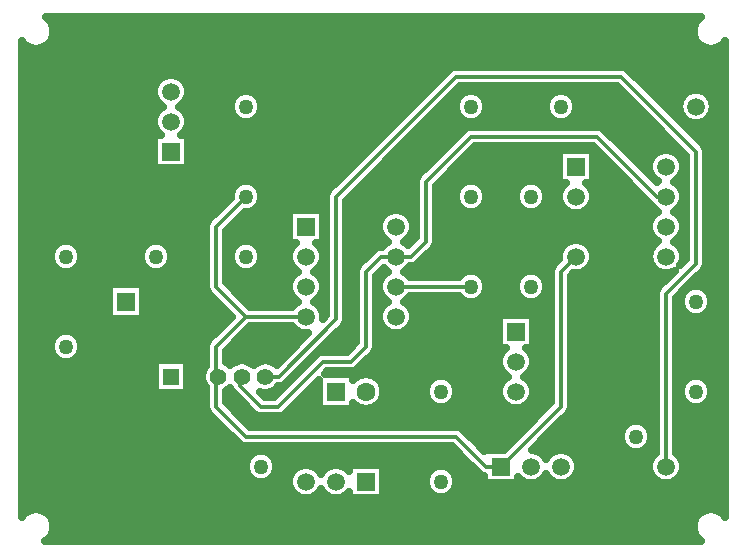
<source format=gbr>
G04 DipTrace 3.2.0.1*
G04 Bottom.gbr*
%MOIN*%
G04 #@! TF.FileFunction,Copper,L2,Bot*
G04 #@! TF.Part,Single*
G04 #@! TA.AperFunction,Conductor*
%ADD14C,0.012992*%
G04 #@! TA.AperFunction,CopperBalancing*
%ADD15C,0.025*%
G04 #@! TA.AperFunction,ComponentPad*
%ADD16C,0.05*%
%ADD17C,0.05*%
%ADD18C,0.062992*%
%ADD19R,0.062992X0.062992*%
%ADD20R,0.059055X0.059055*%
%ADD21C,0.059055*%
%ADD22R,0.055118X0.055118*%
%ADD23C,0.055118*%
%ADD24C,0.059055*%
%FSLAX26Y26*%
G04*
G70*
G90*
G75*
G01*
G04 Bottom*
%LPD*%
X793701Y1143701D2*
D14*
X943701D1*
X1023491Y1063911D1*
Y994751D1*
X1022441Y993701D1*
Y872441D1*
X943701Y793701D1*
Y693701D1*
X2293701Y1493701D2*
X2343701D1*
X2393701Y1443701D1*
Y1093701D1*
Y693701D1*
X2243701Y543701D1*
X1093701D1*
X943701Y693701D1*
X2493701Y1093701D2*
X2393701D1*
X2593701Y693701D2*
Y1270341D1*
X2693701Y1370341D1*
Y1743701D1*
X2443701Y1993701D1*
X1893701D1*
X1493701Y1593701D1*
Y1184121D1*
X1303281Y993701D1*
X1258661D1*
X1693701Y1393701D2*
X1643701D1*
X1593701Y1343701D1*
Y1093701D1*
X1543701Y1043701D1*
X1451642D1*
X1301642Y893701D1*
X1243701D1*
X1174409Y962992D1*
Y993701D1*
X1179921D1*
X2593701Y1593701D2*
X2563537D1*
X2363537Y1793701D1*
X1943701D1*
X1793701Y1643701D1*
Y1443701D1*
X1743701Y1393701D1*
X1693701D1*
X1393701Y1193701D2*
X1193701D1*
X1093701Y1093701D1*
Y1001181D1*
X1101181Y993701D1*
X1193701Y1593701D2*
X1093701Y1493701D1*
Y1293701D1*
X1193701Y1193701D1*
X2043701Y693701D2*
X1993701D1*
X1893701Y793701D1*
X1193701D1*
X1093701Y893701D1*
Y986220D1*
X1101181Y993701D1*
X2043701Y693701D2*
X2243701Y893701D1*
Y1343701D1*
X2293701Y1393701D1*
X1693701Y1293701D2*
X1943701D1*
X548924Y2166962D2*
D15*
X2688470D1*
X553803Y2142093D2*
X2683589D1*
X547381Y2117224D2*
X2690013D1*
X448089Y2092356D2*
X465014D1*
X522369D2*
X2715024D1*
X2772379D2*
X2789340D1*
X448089Y2067487D2*
X2789340D1*
X448089Y2042618D2*
X2789340D1*
X448089Y2017749D2*
X1868623D1*
X2468799D2*
X2789340D1*
X448089Y1992881D2*
X914391D1*
X973038D2*
X1843720D1*
X2493667D2*
X2789340D1*
X448089Y1968012D2*
X890744D1*
X996686D2*
X1818853D1*
X2518534D2*
X2789340D1*
X448089Y1943143D2*
X885182D1*
X1002213D2*
X1176812D1*
X1210592D2*
X1793984D1*
X1892283D2*
X1926828D1*
X1960571D2*
X2226820D1*
X2260598D2*
X2445104D1*
X2543403D2*
X2664858D1*
X2722537D2*
X2789340D1*
X448089Y1918274D2*
X891282D1*
X996112D2*
X1145953D1*
X1241453D2*
X1769117D1*
X1867416D2*
X1895967D1*
X1991467D2*
X2195959D1*
X2291459D2*
X2469971D1*
X2568270D2*
X2640852D1*
X2746543D2*
X2789340D1*
X448089Y1893406D2*
X915361D1*
X972034D2*
X1139709D1*
X1247696D2*
X1744249D1*
X1842549D2*
X1889724D1*
X1997676D2*
X2189715D1*
X2297703D2*
X2494839D1*
X2593138D2*
X2635182D1*
X2752213D2*
X2789340D1*
X448089Y1868537D2*
X890995D1*
X996399D2*
X1146276D1*
X1241130D2*
X1719382D1*
X1817681D2*
X1896290D1*
X1991109D2*
X2196282D1*
X2291136D2*
X2519706D1*
X2618005D2*
X2641139D1*
X2746256D2*
X2789340D1*
X448089Y1843668D2*
X885182D1*
X1002213D2*
X1179038D1*
X1208367D2*
X1694514D1*
X1792812D2*
X1929017D1*
X1958382D2*
X2229045D1*
X2258374D2*
X2544575D1*
X2642873D2*
X2666007D1*
X2721388D2*
X2789340D1*
X448089Y1818799D2*
X891031D1*
X996399D2*
X1669646D1*
X1767945D2*
X1919795D1*
X2387450D2*
X2569442D1*
X2667741D2*
X2789340D1*
X448089Y1793930D2*
X885182D1*
X1002213D2*
X1644778D1*
X1743077D2*
X1894783D1*
X2412461D2*
X2594310D1*
X2692609D2*
X2789340D1*
X448089Y1769062D2*
X885182D1*
X1002213D2*
X1619911D1*
X1718210D2*
X1869916D1*
X2437328D2*
X2619177D1*
X2717476D2*
X2789340D1*
X448089Y1744193D2*
X885182D1*
X1002213D2*
X1595043D1*
X1693341D2*
X1845049D1*
X1943346D2*
X2235181D1*
X2352211D2*
X2363898D1*
X2462197D2*
X2566930D1*
X2620482D2*
X2644046D1*
X2729175D2*
X2789340D1*
X448089Y1719324D2*
X885182D1*
X1002213D2*
X1570175D1*
X1668474D2*
X1820180D1*
X1918479D2*
X2235181D1*
X2352211D2*
X2388765D1*
X2487064D2*
X2541381D1*
X2646031D2*
X2658219D1*
X2729175D2*
X2789340D1*
X448089Y1694455D2*
X885182D1*
X1002213D2*
X1545307D1*
X1643606D2*
X1795312D1*
X1893612D2*
X2235181D1*
X2352211D2*
X2413633D1*
X2511932D2*
X2535173D1*
X2729175D2*
X2789340D1*
X448089Y1669587D2*
X1520440D1*
X1618739D2*
X1770445D1*
X1868744D2*
X2235181D1*
X2352211D2*
X2438501D1*
X2646749D2*
X2658219D1*
X2729175D2*
X2789340D1*
X448089Y1644718D2*
X1184205D1*
X1203164D2*
X1495572D1*
X1593871D2*
X1758244D1*
X1843875D2*
X1934220D1*
X1953157D2*
X2134239D1*
X2153213D2*
X2235181D1*
X2352211D2*
X2463369D1*
X2623388D2*
X2658219D1*
X2729175D2*
X2789340D1*
X448089Y1619849D2*
X1146849D1*
X1240555D2*
X1470705D1*
X1569003D2*
X1758209D1*
X1829199D2*
X1896829D1*
X1990571D2*
X2096848D1*
X2190552D2*
X2241676D1*
X2345752D2*
X2488236D1*
X2645744D2*
X2658219D1*
X2729175D2*
X2789340D1*
X448089Y1594980D2*
X1139709D1*
X1247660D2*
X1458252D1*
X1544135D2*
X1758209D1*
X1829199D2*
X1889724D1*
X1997676D2*
X2089743D1*
X2197694D2*
X2235181D1*
X2352211D2*
X2513104D1*
X2729175D2*
X2789340D1*
X448089Y1570112D2*
X1120976D1*
X1241954D2*
X1458217D1*
X1529172D2*
X1758209D1*
X1829199D2*
X1895429D1*
X1991970D2*
X2095412D1*
X2191988D2*
X2240385D1*
X2347008D2*
X2537971D1*
X2647000D2*
X2658219D1*
X2729175D2*
X2789340D1*
X448089Y1545243D2*
X1096073D1*
X1213606D2*
X1335169D1*
X1529172D2*
X1669252D1*
X1718138D2*
X1758209D1*
X1829199D2*
X1923778D1*
X1963622D2*
X2123797D1*
X2163604D2*
X2263098D1*
X2324294D2*
X2563091D1*
X2624322D2*
X2658219D1*
X2729175D2*
X2789340D1*
X448089Y1520374D2*
X1071206D1*
X1169541D2*
X1335169D1*
X1529172D2*
X1641944D1*
X1745446D2*
X1758209D1*
X1829199D2*
X2541955D1*
X2645457D2*
X2658219D1*
X2729175D2*
X2789340D1*
X448089Y1495505D2*
X1058252D1*
X1144673D2*
X1335169D1*
X1529172D2*
X1635197D1*
X1829199D2*
X2535209D1*
X2729175D2*
X2789340D1*
X448089Y1470636D2*
X1058215D1*
X1129206D2*
X1335169D1*
X1529172D2*
X1640150D1*
X1747240D2*
X1758209D1*
X1829199D2*
X2540160D1*
X2647251D2*
X2658219D1*
X2729175D2*
X2789340D1*
X448089Y1445768D2*
X1058215D1*
X1129206D2*
X1335169D1*
X1529172D2*
X1662218D1*
X1725207D2*
X1746618D1*
X1829199D2*
X2270526D1*
X2316865D2*
X2562193D1*
X2625182D2*
X2658219D1*
X2729175D2*
X2789340D1*
X448089Y1420899D2*
X547476D1*
X639925D2*
X847467D1*
X939917D2*
X1058215D1*
X1129206D2*
X1147495D1*
X1239909D2*
X1342239D1*
X1445167D2*
X1458217D1*
X1529172D2*
X1622530D1*
X1820049D2*
X2242214D1*
X2345178D2*
X2542241D1*
X2645169D2*
X2658219D1*
X2729175D2*
X2789340D1*
X448089Y1396030D2*
X539761D1*
X647640D2*
X839752D1*
X947633D2*
X1058215D1*
X1129206D2*
X1139738D1*
X1247625D2*
X1335241D1*
X1529172D2*
X1596873D1*
X1795181D2*
X2235217D1*
X2352176D2*
X2535244D1*
X2729175D2*
X2789340D1*
X448089Y1371161D2*
X544892D1*
X642509D2*
X844920D1*
X942501D2*
X1058215D1*
X1129206D2*
X1144912D1*
X1242493D2*
X1339907D1*
X1447499D2*
X1458217D1*
X1529172D2*
X1572005D1*
X1770314D2*
X2222012D1*
X2347475D2*
X2539909D1*
X2729175D2*
X2789340D1*
X448089Y1346293D2*
X571088D1*
X616314D2*
X871115D1*
X916306D2*
X1058215D1*
X1129206D2*
X1171108D1*
X1216298D2*
X1361365D1*
X1426041D2*
X1458217D1*
X1529172D2*
X1558298D1*
X1645437D2*
X1661357D1*
X1726033D2*
X2208303D1*
X2326051D2*
X2561369D1*
X2718804D2*
X2789340D1*
X448089Y1321424D2*
X1058215D1*
X1129206D2*
X1342526D1*
X1444879D2*
X1458217D1*
X1529172D2*
X1558226D1*
X1629181D2*
X1642517D1*
X1989601D2*
X2097816D1*
X2189584D2*
X2208196D1*
X2279188D2*
X2595638D1*
X2693937D2*
X2789340D1*
X448089Y1296555D2*
X733213D1*
X854190D2*
X1058215D1*
X1140008D2*
X1335241D1*
X1529172D2*
X1558226D1*
X1997604D2*
X2089778D1*
X2197622D2*
X2208196D1*
X2279188D2*
X2570770D1*
X2669068D2*
X2789340D1*
X448089Y1271686D2*
X733213D1*
X854190D2*
X1066648D1*
X1164875D2*
X1339692D1*
X1447714D2*
X1458217D1*
X1529172D2*
X1558226D1*
X1629181D2*
X1639682D1*
X1992760D2*
X2094659D1*
X2192741D2*
X2208196D1*
X2279188D2*
X2558247D1*
X2739437D2*
X2789340D1*
X448089Y1246818D2*
X733213D1*
X854190D2*
X1091445D1*
X1189743D2*
X1360539D1*
X1426866D2*
X1458217D1*
X1529172D2*
X1558226D1*
X1629181D2*
X1660531D1*
X1726858D2*
X1919903D1*
X1967497D2*
X2119921D1*
X2167479D2*
X2208196D1*
X2279188D2*
X2558210D1*
X2629201D2*
X2639811D1*
X2747583D2*
X2789340D1*
X448089Y1221949D2*
X733213D1*
X854190D2*
X1116312D1*
X1444593D2*
X1458217D1*
X1529172D2*
X1558226D1*
X1629181D2*
X1642841D1*
X1744584D2*
X2208196D1*
X2279188D2*
X2558210D1*
X2629201D2*
X2644512D1*
X2742882D2*
X2789340D1*
X448089Y1197080D2*
X733213D1*
X854190D2*
X1141180D1*
X1529172D2*
X1558226D1*
X1752121D2*
X2035198D1*
X2152228D2*
X2208196D1*
X2279188D2*
X2558210D1*
X2629201D2*
X2669344D1*
X2718051D2*
X2789340D1*
X448089Y1172211D2*
X1123058D1*
X1526946D2*
X1558226D1*
X1629181D2*
X1639467D1*
X1747921D2*
X2035198D1*
X2152228D2*
X2208196D1*
X2279188D2*
X2558210D1*
X2629201D2*
X2789340D1*
X448089Y1147343D2*
X1098190D1*
X1196490D2*
X1359751D1*
X1506062D2*
X1558226D1*
X1629181D2*
X1659741D1*
X1727647D2*
X2035198D1*
X2152228D2*
X2208196D1*
X2279188D2*
X2558210D1*
X2629201D2*
X2789340D1*
X448089Y1122474D2*
X548480D1*
X638921D2*
X1073323D1*
X1171622D2*
X1382895D1*
X1481194D2*
X1558226D1*
X1629181D2*
X2035198D1*
X2152228D2*
X2208196D1*
X2279188D2*
X2558210D1*
X2629201D2*
X2789340D1*
X448089Y1097605D2*
X539869D1*
X647533D2*
X1058430D1*
X1146753D2*
X1358028D1*
X1456327D2*
X1548466D1*
X1629181D2*
X2035198D1*
X2152228D2*
X2208196D1*
X2279188D2*
X2558210D1*
X2629201D2*
X2789340D1*
X448089Y1072736D2*
X544175D1*
X643227D2*
X1058215D1*
X1129206D2*
X1333160D1*
X1621681D2*
X2043308D1*
X2144119D2*
X2208196D1*
X2279188D2*
X2558210D1*
X2629201D2*
X2789340D1*
X448089Y1047867D2*
X567751D1*
X619651D2*
X1058215D1*
X1129206D2*
X1308293D1*
X1597029D2*
X2035343D1*
X2152050D2*
X2208196D1*
X2279188D2*
X2558210D1*
X2629201D2*
X2789340D1*
X448089Y1022999D2*
X887156D1*
X1000239D2*
X1053264D1*
X1572161D2*
X2039146D1*
X2148245D2*
X2208196D1*
X2279188D2*
X2558210D1*
X2629201D2*
X2789340D1*
X448089Y998130D2*
X887156D1*
X1000239D2*
X1044795D1*
X1554182D2*
X1571215D1*
X1616190D2*
X2058631D1*
X2128797D2*
X2208196D1*
X2279188D2*
X2558210D1*
X2629201D2*
X2789340D1*
X448089Y973261D2*
X887156D1*
X1000239D2*
X1048634D1*
X1646083D2*
X1799045D1*
X1888373D2*
X2043631D1*
X2143797D2*
X2208196D1*
X2279188D2*
X2558210D1*
X2629201D2*
X2649033D1*
X2738361D2*
X2789340D1*
X448089Y948392D2*
X887156D1*
X1000239D2*
X1058215D1*
X1133154D2*
X1142328D1*
X1290650D2*
X1307180D1*
X1405479D2*
X1433205D1*
X1654013D2*
X1789930D1*
X1897487D2*
X2035378D1*
X2152013D2*
X2208196D1*
X2279188D2*
X2558210D1*
X2629201D2*
X2639919D1*
X2747475D2*
X2789340D1*
X448089Y923524D2*
X1058215D1*
X1129206D2*
X1164719D1*
X1380612D2*
X1433205D1*
X1650568D2*
X1793841D1*
X1893576D2*
X2038930D1*
X2148461D2*
X2208196D1*
X2279188D2*
X2558210D1*
X2629201D2*
X2643829D1*
X2743564D2*
X2789340D1*
X448089Y898655D2*
X1058215D1*
X1137891D2*
X1189588D1*
X1355743D2*
X1433205D1*
X1632734D2*
X1816269D1*
X1871148D2*
X2057913D1*
X2129514D2*
X2199512D1*
X2279188D2*
X2558210D1*
X2629201D2*
X2666257D1*
X2721136D2*
X2789340D1*
X448089Y873786D2*
X1064890D1*
X1162759D2*
X1214455D1*
X1330875D2*
X2174644D1*
X2272513D2*
X2558210D1*
X2629201D2*
X2789340D1*
X448089Y848917D2*
X1089327D1*
X1187626D2*
X2149777D1*
X2248075D2*
X2558210D1*
X2629201D2*
X2789340D1*
X448089Y824049D2*
X1114194D1*
X1909150D2*
X2124909D1*
X2223207D2*
X2449589D1*
X2537804D2*
X2558210D1*
X2629201D2*
X2789340D1*
X448089Y799180D2*
X1139063D1*
X1937390D2*
X2100041D1*
X2198340D2*
X2440008D1*
X2547386D2*
X2558210D1*
X2629201D2*
X2789340D1*
X448089Y774311D2*
X1163930D1*
X1962259D2*
X2075173D1*
X2173472D2*
X2443488D1*
X2543904D2*
X2558210D1*
X2629201D2*
X2789340D1*
X448089Y749442D2*
X1888791D1*
X2151762D2*
X2235612D1*
X2251780D2*
X2464875D1*
X2522517D2*
X2558210D1*
X2629201D2*
X2789340D1*
X448089Y724573D2*
X1199993D1*
X1287420D2*
X1913659D1*
X2292930D2*
X2544467D1*
X2642945D2*
X2789340D1*
X448089Y699705D2*
X1190054D1*
X1297324D2*
X1489866D1*
X1497520D2*
X1535188D1*
X1652219D2*
X1938562D1*
X2301902D2*
X2535496D1*
X2651881D2*
X2789340D1*
X448089Y674836D2*
X1193283D1*
X1294130D2*
X1344643D1*
X1652219D2*
X1800193D1*
X1887224D2*
X1963430D1*
X2298959D2*
X2538438D1*
X2648938D2*
X2789340D1*
X448089Y649967D2*
X1214025D1*
X1273390D2*
X1335529D1*
X1652219D2*
X1790073D1*
X1897307D2*
X1985176D1*
X2181223D2*
X2206186D1*
X2281197D2*
X2556201D1*
X2631211D2*
X2789340D1*
X448089Y625098D2*
X1338364D1*
X1652219D2*
X1793196D1*
X1894222D2*
X2789340D1*
X448089Y600230D2*
X1355875D1*
X1431530D2*
X1455885D1*
X1652219D2*
X1813613D1*
X1873803D2*
X2789340D1*
X448089Y575361D2*
X2789340D1*
X448089Y550492D2*
X481413D1*
X506005D2*
X2731387D1*
X2756016D2*
X2789340D1*
X544186Y525623D2*
X2693206D1*
X553409Y500755D2*
X2684020D1*
X551005Y475886D2*
X2686388D1*
X534929Y451017D2*
X2702465D1*
X2545034Y789661D2*
X2543770Y781680D1*
X2541273Y773996D1*
X2537605Y766797D1*
X2532856Y760260D1*
X2527142Y754546D1*
X2520605Y749797D1*
X2513406Y746129D1*
X2505722Y743631D1*
X2497740Y742367D1*
X2489661D1*
X2481680Y743631D1*
X2473996Y746129D1*
X2466797Y749797D1*
X2460260Y754546D1*
X2454546Y760260D1*
X2449797Y766797D1*
X2446129Y773996D1*
X2443631Y781680D1*
X2442367Y789661D1*
Y797740D1*
X2443631Y805722D1*
X2446129Y813406D1*
X2449797Y820605D1*
X2454546Y827142D1*
X2460260Y832856D1*
X2466797Y837605D1*
X2473996Y841273D1*
X2481680Y843770D1*
X2489661Y845034D1*
X2497740D1*
X2505722Y843770D1*
X2513406Y841273D1*
X2520605Y837605D1*
X2527142Y832856D1*
X2532856Y827142D1*
X2537605Y820605D1*
X2541273Y813406D1*
X2543770Y805722D1*
X2545034Y797740D1*
Y789661D1*
X1245034Y1389661D2*
X1243770Y1381680D1*
X1241273Y1373996D1*
X1237605Y1366797D1*
X1232856Y1360260D1*
X1227142Y1354546D1*
X1220605Y1349797D1*
X1213406Y1346129D1*
X1205722Y1343631D1*
X1197740Y1342367D1*
X1189661D1*
X1181680Y1343631D1*
X1173996Y1346129D1*
X1166797Y1349797D1*
X1160260Y1354546D1*
X1154546Y1360260D1*
X1149797Y1366797D1*
X1146129Y1373996D1*
X1143631Y1381680D1*
X1142367Y1389661D1*
Y1397740D1*
X1143631Y1405722D1*
X1146129Y1413406D1*
X1149797Y1420605D1*
X1154546Y1427142D1*
X1160260Y1432856D1*
X1166797Y1437605D1*
X1173996Y1441273D1*
X1181680Y1443770D1*
X1189661Y1445034D1*
X1197740D1*
X1205722Y1443770D1*
X1213406Y1441273D1*
X1220605Y1437605D1*
X1227142Y1432856D1*
X1232856Y1427142D1*
X1237605Y1420605D1*
X1241273Y1413406D1*
X1243770Y1405722D1*
X1245034Y1397740D1*
Y1389661D1*
X945034D2*
X943770Y1381680D1*
X941273Y1373996D1*
X937605Y1366797D1*
X932856Y1360260D1*
X927142Y1354546D1*
X920605Y1349797D1*
X913406Y1346129D1*
X905722Y1343631D1*
X897740Y1342367D1*
X889661D1*
X881680Y1343631D1*
X873996Y1346129D1*
X866797Y1349797D1*
X860260Y1354546D1*
X854546Y1360260D1*
X849797Y1366797D1*
X846129Y1373996D1*
X843631Y1381680D1*
X842367Y1389661D1*
Y1397740D1*
X843631Y1405722D1*
X846129Y1413406D1*
X849797Y1420605D1*
X854546Y1427142D1*
X860260Y1432856D1*
X866797Y1437605D1*
X873996Y1441273D1*
X881680Y1443770D1*
X889661Y1445034D1*
X897740D1*
X905722Y1443770D1*
X913406Y1441273D1*
X920605Y1437605D1*
X927142Y1432856D1*
X932856Y1427142D1*
X937605Y1420605D1*
X941273Y1413406D1*
X943770Y1405722D1*
X945034Y1397740D1*
Y1389661D1*
X1295034Y689661D2*
X1293770Y681680D1*
X1291273Y673996D1*
X1287605Y666797D1*
X1282856Y660260D1*
X1277142Y654546D1*
X1270605Y649797D1*
X1263406Y646129D1*
X1255722Y643631D1*
X1247740Y642367D1*
X1239661D1*
X1231680Y643631D1*
X1223996Y646129D1*
X1216797Y649797D1*
X1210260Y654546D1*
X1204546Y660260D1*
X1199797Y666797D1*
X1196129Y673996D1*
X1193631Y681680D1*
X1192367Y689661D1*
Y697740D1*
X1193631Y705722D1*
X1196129Y713406D1*
X1199797Y720605D1*
X1204546Y727142D1*
X1210260Y732856D1*
X1216797Y737605D1*
X1223996Y741273D1*
X1231680Y743770D1*
X1239661Y745034D1*
X1247740D1*
X1255722Y743770D1*
X1263406Y741273D1*
X1270605Y737605D1*
X1277142Y732856D1*
X1282856Y727142D1*
X1287605Y720605D1*
X1291273Y713406D1*
X1293770Y705722D1*
X1295034Y697740D1*
Y689661D1*
X1651510Y939151D2*
X1650087Y930164D1*
X1647274Y921509D1*
X1643144Y913402D1*
X1637795Y906041D1*
X1631361Y899606D1*
X1624000Y894257D1*
X1615892Y890127D1*
X1607238Y887315D1*
X1598251Y885891D1*
X1589151D1*
X1580164Y887315D1*
X1571509Y890127D1*
X1563402Y894257D1*
X1556041Y899606D1*
X1551694Y903781D1*
X1551689Y885713D1*
X1435713D1*
Y981129D1*
X1323066Y868617D1*
X1318878Y865573D1*
X1314266Y863223D1*
X1309343Y861625D1*
X1304230Y860814D1*
X1243701Y860713D1*
X1238541Y861118D1*
X1233507Y862327D1*
X1228724Y864308D1*
X1224311Y867013D1*
X1220374Y870374D1*
X1149325Y941568D1*
X1146282Y945756D1*
X1143932Y950367D1*
X1141701Y955480D1*
X1140587Y956686D1*
X1136285Y952600D1*
X1129423Y947614D1*
X1126689Y946084D1*
Y907383D1*
X1207383Y826671D1*
X1896289Y826588D1*
X1901402Y825777D1*
X1906325Y824178D1*
X1910937Y821828D1*
X1915125Y818785D1*
X1962497Y771556D1*
X1987693Y746361D1*
X1987681Y749720D1*
X2053098D1*
X2210705Y907357D1*
X2210814Y1346289D1*
X2211623Y1351402D1*
X2213223Y1356325D1*
X2215573Y1360937D1*
X2218617Y1365125D1*
X2238365Y1385017D1*
X2237681Y1393701D1*
X2238371Y1402465D1*
X2240423Y1411012D1*
X2243787Y1419133D1*
X2248379Y1426629D1*
X2254089Y1433312D1*
X2260773Y1439022D1*
X2268269Y1443614D1*
X2276390Y1446979D1*
X2284937Y1449030D1*
X2293701Y1449720D1*
X2302465Y1449030D1*
X2311012Y1446979D1*
X2319133Y1443614D1*
X2326629Y1439022D1*
X2333312Y1433312D1*
X2339022Y1426629D1*
X2343614Y1419133D1*
X2346979Y1411012D1*
X2349030Y1402465D1*
X2349720Y1393701D1*
X2349030Y1384937D1*
X2346979Y1376390D1*
X2343614Y1368269D1*
X2339022Y1360773D1*
X2333312Y1354089D1*
X2326629Y1348379D1*
X2319133Y1343787D1*
X2311012Y1340423D1*
X2302465Y1338371D1*
X2293701Y1337681D1*
X2285022Y1338361D1*
X2276707Y1330055D1*
X2276588Y891113D1*
X2275778Y886000D1*
X2274178Y881076D1*
X2271828Y876465D1*
X2268785Y872277D1*
X2221556Y824904D1*
X2146323Y749671D1*
X2152465Y749030D1*
X2161012Y746979D1*
X2169133Y743614D1*
X2176629Y739022D1*
X2183312Y733312D1*
X2189022Y726629D1*
X2193694Y718962D1*
X2198379Y726629D1*
X2204089Y733312D1*
X2210773Y739022D1*
X2218269Y743614D1*
X2226390Y746979D1*
X2234937Y749030D1*
X2243701Y749720D1*
X2252465Y749030D1*
X2261012Y746979D1*
X2269133Y743614D1*
X2276629Y739022D1*
X2283312Y733312D1*
X2289022Y726629D1*
X2293614Y719133D1*
X2296979Y711012D1*
X2299030Y702465D1*
X2299720Y693701D1*
X2299030Y684937D1*
X2296979Y676390D1*
X2293614Y668269D1*
X2289022Y660773D1*
X2283312Y654089D1*
X2276629Y648379D1*
X2269133Y643787D1*
X2261012Y640423D1*
X2252465Y638371D1*
X2243701Y637681D1*
X2234937Y638371D1*
X2226390Y640423D1*
X2218269Y643787D1*
X2210773Y648379D1*
X2204089Y654089D1*
X2198379Y660773D1*
X2193707Y668440D1*
X2189022Y660773D1*
X2183312Y654089D1*
X2176629Y648379D1*
X2169133Y643787D1*
X2161012Y640423D1*
X2152465Y638371D1*
X2143701Y637681D1*
X2134937Y638371D1*
X2126390Y640423D1*
X2118269Y643787D1*
X2110773Y648379D1*
X2104089Y654089D1*
X2099731Y659059D1*
X2099720Y637681D1*
X1987681D1*
Y661257D1*
X1981076Y663223D1*
X1976465Y665573D1*
X1972277Y668617D1*
X1924904Y715845D1*
X1880018Y760731D1*
X1191113Y760814D1*
X1186000Y761625D1*
X1181076Y763223D1*
X1176465Y765573D1*
X1172277Y768617D1*
X1124904Y815845D1*
X1068617Y872277D1*
X1065573Y876465D1*
X1063223Y881076D1*
X1061625Y886000D1*
X1060814Y891113D1*
X1060713Y957898D1*
X1057453Y961930D1*
X1053021Y969161D1*
X1049776Y976999D1*
X1047795Y985245D1*
X1047130Y993701D1*
X1047795Y1002156D1*
X1049776Y1010403D1*
X1053021Y1018240D1*
X1057453Y1025471D1*
X1060722Y1029499D1*
X1060814Y1096289D1*
X1061623Y1101402D1*
X1063223Y1106325D1*
X1065573Y1110937D1*
X1068617Y1115125D1*
X1115845Y1162497D1*
X1147029Y1193681D1*
X1068617Y1272277D1*
X1065573Y1276465D1*
X1063223Y1281076D1*
X1061623Y1286000D1*
X1060814Y1291113D1*
X1060713Y1358005D1*
X1060814Y1496289D1*
X1061623Y1501402D1*
X1063223Y1506325D1*
X1065573Y1510937D1*
X1068617Y1515125D1*
X1115845Y1562497D1*
X1142411Y1589064D1*
X1142367Y1597740D1*
X1143631Y1605722D1*
X1146129Y1613406D1*
X1149797Y1620605D1*
X1154546Y1627142D1*
X1160260Y1632856D1*
X1166797Y1637605D1*
X1173996Y1641273D1*
X1181680Y1643770D1*
X1189661Y1645034D1*
X1197740D1*
X1205722Y1643770D1*
X1213406Y1641273D1*
X1220605Y1637605D1*
X1227142Y1632856D1*
X1232856Y1627142D1*
X1237605Y1620605D1*
X1241273Y1613406D1*
X1243770Y1605722D1*
X1245034Y1597740D1*
Y1589661D1*
X1243770Y1581680D1*
X1241273Y1573996D1*
X1237605Y1566797D1*
X1232856Y1560260D1*
X1227142Y1554546D1*
X1220605Y1549797D1*
X1213406Y1546129D1*
X1205722Y1543631D1*
X1197740Y1542367D1*
X1189080Y1542436D1*
X1126671Y1480018D1*
X1126689Y1307354D1*
X1207383Y1226671D1*
X1348398Y1226689D1*
X1354089Y1233312D1*
X1360773Y1239022D1*
X1368440Y1243694D1*
X1360773Y1248379D1*
X1354089Y1254089D1*
X1348379Y1260773D1*
X1343787Y1268269D1*
X1340423Y1276390D1*
X1338371Y1284937D1*
X1337681Y1293701D1*
X1338371Y1302465D1*
X1340423Y1311012D1*
X1343787Y1319133D1*
X1348379Y1326629D1*
X1354089Y1333312D1*
X1360773Y1339022D1*
X1368440Y1343694D1*
X1360773Y1348379D1*
X1354089Y1354089D1*
X1348379Y1360773D1*
X1343787Y1368269D1*
X1340423Y1376390D1*
X1338371Y1384937D1*
X1337681Y1393701D1*
X1338371Y1402465D1*
X1340423Y1411012D1*
X1343787Y1419133D1*
X1348379Y1426629D1*
X1354089Y1433312D1*
X1359059Y1437671D1*
X1337681Y1437681D1*
Y1549720D1*
X1449720D1*
Y1437681D1*
X1428370D1*
X1433312Y1433312D1*
X1439022Y1426629D1*
X1443614Y1419133D1*
X1446979Y1411012D1*
X1449030Y1402465D1*
X1449720Y1393701D1*
X1449030Y1384937D1*
X1446979Y1376390D1*
X1443614Y1368269D1*
X1439022Y1360773D1*
X1433312Y1354089D1*
X1426629Y1348379D1*
X1418962Y1343707D1*
X1426629Y1339022D1*
X1433312Y1333312D1*
X1439022Y1326629D1*
X1443614Y1319133D1*
X1446979Y1311012D1*
X1449030Y1302465D1*
X1449720Y1293701D1*
X1449030Y1284937D1*
X1446979Y1276390D1*
X1443614Y1268269D1*
X1439022Y1260773D1*
X1433312Y1254089D1*
X1426629Y1248379D1*
X1418962Y1243707D1*
X1426629Y1239022D1*
X1433312Y1233312D1*
X1439022Y1226629D1*
X1443614Y1219133D1*
X1446979Y1211012D1*
X1449030Y1202465D1*
X1449720Y1193701D1*
X1449186Y1186251D1*
X1460693Y1197765D1*
X1460814Y1596289D1*
X1461623Y1601402D1*
X1463223Y1606325D1*
X1465573Y1610937D1*
X1468617Y1615125D1*
X1515845Y1662497D1*
X1872277Y2018785D1*
X1876465Y2021828D1*
X1881076Y2024178D1*
X1886000Y2025778D1*
X1891113Y2026588D1*
X1958005Y2026689D1*
X2446289Y2026588D1*
X2451402Y2025778D1*
X2456325Y2024178D1*
X2460937Y2021828D1*
X2465125Y2018785D1*
X2512497Y1971556D1*
X2718785Y1765125D1*
X2721828Y1760937D1*
X2724178Y1756325D1*
X2725778Y1751402D1*
X2726588Y1746289D1*
X2726689Y1679396D1*
X2726588Y1367753D1*
X2725778Y1362640D1*
X2724178Y1357717D1*
X2721828Y1353105D1*
X2718785Y1348917D1*
X2671556Y1301545D1*
X2626671Y1256659D1*
X2626689Y739004D1*
X2633312Y733312D1*
X2639022Y726629D1*
X2643614Y719133D1*
X2646979Y711012D1*
X2649030Y702465D1*
X2649720Y693701D1*
X2649030Y684937D1*
X2646979Y676390D1*
X2643614Y668269D1*
X2639022Y660773D1*
X2633312Y654089D1*
X2626629Y648379D1*
X2619133Y643787D1*
X2611012Y640423D1*
X2602465Y638371D1*
X2593701Y637681D1*
X2584937Y638371D1*
X2576390Y640423D1*
X2568269Y643787D1*
X2560773Y648379D1*
X2554089Y654089D1*
X2548379Y660773D1*
X2543787Y668269D1*
X2540423Y676390D1*
X2538371Y684937D1*
X2537681Y693701D1*
X2538371Y702465D1*
X2540423Y711012D1*
X2543787Y719133D1*
X2548379Y726629D1*
X2554089Y733312D1*
X2560706Y738969D1*
X2560814Y1272929D1*
X2561623Y1278042D1*
X2563223Y1282966D1*
X2565573Y1287577D1*
X2568617Y1291765D1*
X2615845Y1339138D1*
X2622163Y1345455D1*
X2615139Y1341945D1*
X2606778Y1339228D1*
X2598096Y1337854D1*
X2589306D1*
X2580623Y1339228D1*
X2572262Y1341945D1*
X2564430Y1345936D1*
X2557319Y1351104D1*
X2551104Y1357319D1*
X2545936Y1364430D1*
X2541945Y1372262D1*
X2539228Y1380623D1*
X2537854Y1389306D1*
Y1398096D1*
X2539228Y1406778D1*
X2541945Y1415139D1*
X2545936Y1422971D1*
X2551104Y1430083D1*
X2557319Y1436298D1*
X2564430Y1441466D1*
X2568269Y1443787D1*
X2560773Y1448379D1*
X2554089Y1454089D1*
X2548379Y1460773D1*
X2543787Y1468269D1*
X2540423Y1476390D1*
X2538371Y1484937D1*
X2537681Y1493701D1*
X2538371Y1502465D1*
X2540423Y1511012D1*
X2543787Y1519133D1*
X2548379Y1526629D1*
X2554089Y1533312D1*
X2560773Y1539022D1*
X2568440Y1543694D1*
X2560773Y1548379D1*
X2554089Y1554089D1*
X2548379Y1560773D1*
X2544719Y1566605D1*
X2540210Y1570374D1*
X2349881Y1760705D1*
X1957364Y1760713D1*
X1826684Y1630031D1*
X1826588Y1441113D1*
X1825778Y1436000D1*
X1824178Y1431076D1*
X1821828Y1426465D1*
X1818785Y1422277D1*
X1771556Y1374904D1*
X1765125Y1368617D1*
X1760937Y1365573D1*
X1756325Y1363223D1*
X1751402Y1361623D1*
X1746289Y1360814D1*
X1739000Y1360713D1*
X1733312Y1354089D1*
X1726629Y1348379D1*
X1718962Y1343707D1*
X1726629Y1339022D1*
X1733312Y1333312D1*
X1738969Y1326696D1*
X1904161Y1326689D1*
X1910260Y1332856D1*
X1916797Y1337605D1*
X1923996Y1341273D1*
X1931680Y1343770D1*
X1939661Y1345034D1*
X1947740D1*
X1955722Y1343770D1*
X1963406Y1341273D1*
X1970605Y1337605D1*
X1977142Y1332856D1*
X1982856Y1327142D1*
X1987605Y1320605D1*
X1991273Y1313406D1*
X1993770Y1305722D1*
X1995034Y1297740D1*
Y1289661D1*
X1993770Y1281680D1*
X1991273Y1273996D1*
X1987605Y1266797D1*
X1982856Y1260260D1*
X1977142Y1254546D1*
X1970605Y1249797D1*
X1963406Y1246129D1*
X1955722Y1243631D1*
X1947740Y1242367D1*
X1939661D1*
X1931680Y1243631D1*
X1923996Y1246129D1*
X1916797Y1249797D1*
X1910260Y1254546D1*
X1904184Y1260718D1*
X1738982Y1260713D1*
X1733312Y1254089D1*
X1726629Y1248379D1*
X1718962Y1243707D1*
X1726629Y1239022D1*
X1733312Y1233312D1*
X1739022Y1226629D1*
X1743614Y1219133D1*
X1746979Y1211012D1*
X1749030Y1202465D1*
X1749720Y1193701D1*
X1749030Y1184937D1*
X1746979Y1176390D1*
X1743614Y1168269D1*
X1739022Y1160773D1*
X1733312Y1154089D1*
X1726629Y1148379D1*
X1719133Y1143787D1*
X1711012Y1140423D1*
X1702465Y1138371D1*
X1693701Y1137681D1*
X1684937Y1138371D1*
X1676390Y1140423D1*
X1668269Y1143787D1*
X1660773Y1148379D1*
X1654089Y1154089D1*
X1648379Y1160773D1*
X1643787Y1168269D1*
X1640423Y1176390D1*
X1638371Y1184937D1*
X1637681Y1193701D1*
X1638371Y1202465D1*
X1640423Y1211012D1*
X1643787Y1219133D1*
X1648379Y1226629D1*
X1654089Y1233312D1*
X1660773Y1239022D1*
X1668440Y1243694D1*
X1660773Y1248379D1*
X1654089Y1254089D1*
X1648379Y1260773D1*
X1643787Y1268269D1*
X1640423Y1276390D1*
X1638371Y1284937D1*
X1637681Y1293701D1*
X1638371Y1302465D1*
X1640423Y1311012D1*
X1643787Y1319133D1*
X1648379Y1326629D1*
X1654089Y1333312D1*
X1660773Y1339022D1*
X1668440Y1343694D1*
X1660773Y1348379D1*
X1654089Y1354089D1*
X1652491Y1355818D1*
X1626707Y1330055D1*
X1626588Y1091113D1*
X1625777Y1086000D1*
X1624178Y1081076D1*
X1621828Y1076465D1*
X1618785Y1072277D1*
X1571556Y1024904D1*
X1565125Y1018617D1*
X1560937Y1015573D1*
X1556325Y1013223D1*
X1551402Y1011625D1*
X1546289Y1010814D1*
X1479396Y1010713D1*
X1465294D1*
X1456268Y1001675D1*
X1551689Y1001689D1*
Y983639D1*
X1556041Y987795D1*
X1563402Y993144D1*
X1571509Y997274D1*
X1580164Y1000087D1*
X1589151Y1001510D1*
X1598251D1*
X1607238Y1000087D1*
X1615892Y997274D1*
X1624000Y993144D1*
X1631361Y987795D1*
X1637795Y981361D1*
X1643144Y974000D1*
X1647274Y965892D1*
X1650087Y957238D1*
X1651510Y948251D1*
Y939151D1*
X1895034Y639661D2*
X1893770Y631680D1*
X1891273Y623996D1*
X1887605Y616797D1*
X1882856Y610260D1*
X1877142Y604546D1*
X1870605Y599797D1*
X1863406Y596129D1*
X1855722Y593631D1*
X1847740Y592367D1*
X1839661D1*
X1831680Y593631D1*
X1823996Y596129D1*
X1816797Y599797D1*
X1810260Y604546D1*
X1804546Y610260D1*
X1799797Y616797D1*
X1796129Y623996D1*
X1793631Y631680D1*
X1792367Y639661D1*
Y647740D1*
X1793631Y655722D1*
X1796129Y663406D1*
X1799797Y670605D1*
X1804546Y677142D1*
X1810260Y682856D1*
X1816797Y687605D1*
X1823996Y691273D1*
X1831680Y693770D1*
X1839661Y695034D1*
X1847740D1*
X1855722Y693770D1*
X1863406Y691273D1*
X1870605Y687605D1*
X1877142Y682856D1*
X1882856Y677142D1*
X1887605Y670605D1*
X1891273Y663406D1*
X1893770Y655722D1*
X1895034Y647740D1*
Y639661D1*
Y939661D2*
X1893770Y931680D1*
X1891273Y923996D1*
X1887605Y916797D1*
X1882856Y910260D1*
X1877142Y904546D1*
X1870605Y899797D1*
X1863406Y896129D1*
X1855722Y893631D1*
X1847740Y892367D1*
X1839661D1*
X1831680Y893631D1*
X1823996Y896129D1*
X1816797Y899797D1*
X1810260Y904546D1*
X1804546Y910260D1*
X1799797Y916797D1*
X1796129Y923996D1*
X1793631Y931680D1*
X1792367Y939661D1*
Y947740D1*
X1793631Y955722D1*
X1796129Y963406D1*
X1799797Y970605D1*
X1804546Y977142D1*
X1810260Y982856D1*
X1816797Y987605D1*
X1823996Y991273D1*
X1831680Y993770D1*
X1839661Y995034D1*
X1847740D1*
X1855722Y993770D1*
X1863406Y991273D1*
X1870605Y987605D1*
X1877142Y982856D1*
X1882856Y977142D1*
X1887605Y970605D1*
X1891273Y963406D1*
X1893770Y955722D1*
X1895034Y947740D1*
Y939661D1*
X744899Y1301689D2*
X851689D1*
Y1185713D1*
X735713D1*
Y1301689D1*
X744899D1*
X2745034Y939661D2*
X2743770Y931680D1*
X2741273Y923996D1*
X2737605Y916797D1*
X2732856Y910260D1*
X2727142Y904546D1*
X2720605Y899797D1*
X2713406Y896129D1*
X2705722Y893631D1*
X2697740Y892367D1*
X2689661D1*
X2681680Y893631D1*
X2673996Y896129D1*
X2666797Y899797D1*
X2660260Y904546D1*
X2654546Y910260D1*
X2649797Y916797D1*
X2646129Y923996D1*
X2643631Y931680D1*
X2642367Y939661D1*
Y947740D1*
X2643631Y955722D1*
X2646129Y963406D1*
X2649797Y970605D1*
X2654546Y977142D1*
X2660260Y982856D1*
X2666797Y987605D1*
X2673996Y991273D1*
X2681680Y993770D1*
X2689661Y995034D1*
X2697740D1*
X2705722Y993770D1*
X2713406Y991273D1*
X2720605Y987605D1*
X2727142Y982856D1*
X2732856Y977142D1*
X2737605Y970605D1*
X2741273Y963406D1*
X2743770Y955722D1*
X2745034Y947740D1*
Y939661D1*
Y1239661D2*
X2743770Y1231680D1*
X2741273Y1223996D1*
X2737605Y1216797D1*
X2732856Y1210260D1*
X2727142Y1204546D1*
X2720605Y1199797D1*
X2713406Y1196129D1*
X2705722Y1193631D1*
X2697740Y1192367D1*
X2689661D1*
X2681680Y1193631D1*
X2673996Y1196129D1*
X2666797Y1199797D1*
X2660260Y1204546D1*
X2654546Y1210260D1*
X2649797Y1216797D1*
X2646129Y1223996D1*
X2643631Y1231680D1*
X2642367Y1239661D1*
Y1247740D1*
X2643631Y1255722D1*
X2646129Y1263406D1*
X2649797Y1270605D1*
X2654546Y1277142D1*
X2660260Y1282856D1*
X2666797Y1287605D1*
X2673996Y1291273D1*
X2681680Y1293770D1*
X2689661Y1295034D1*
X2697740D1*
X2705722Y1293770D1*
X2713406Y1291273D1*
X2720605Y1287605D1*
X2727142Y1282856D1*
X2732856Y1277142D1*
X2737605Y1270605D1*
X2741273Y1263406D1*
X2743770Y1255722D1*
X2745034Y1247740D1*
Y1239661D1*
X1245034Y1889661D2*
X1243770Y1881680D1*
X1241273Y1873996D1*
X1237605Y1866797D1*
X1232856Y1860260D1*
X1227142Y1854546D1*
X1220605Y1849797D1*
X1213406Y1846129D1*
X1205722Y1843631D1*
X1197740Y1842367D1*
X1189661D1*
X1181680Y1843631D1*
X1173996Y1846129D1*
X1166797Y1849797D1*
X1160260Y1854546D1*
X1154546Y1860260D1*
X1149797Y1866797D1*
X1146129Y1873996D1*
X1143631Y1881680D1*
X1142367Y1889661D1*
Y1897740D1*
X1143631Y1905722D1*
X1146129Y1913406D1*
X1149797Y1920605D1*
X1154546Y1927142D1*
X1160260Y1932856D1*
X1166797Y1937605D1*
X1173996Y1941273D1*
X1181680Y1943770D1*
X1189661Y1945034D1*
X1197740D1*
X1205722Y1943770D1*
X1213406Y1941273D1*
X1220605Y1937605D1*
X1227142Y1932856D1*
X1232856Y1927142D1*
X1237605Y1920605D1*
X1241273Y1913406D1*
X1243770Y1905722D1*
X1245034Y1897740D1*
Y1889661D1*
X1546867Y699720D2*
X1649720D1*
Y587681D1*
X1537681D1*
Y609031D1*
X1533312Y604089D1*
X1526629Y598379D1*
X1519133Y593787D1*
X1511012Y590423D1*
X1502465Y588371D1*
X1493701Y587681D1*
X1484937Y588371D1*
X1476390Y590423D1*
X1468269Y593787D1*
X1460773Y598379D1*
X1454089Y604089D1*
X1448379Y610773D1*
X1443707Y618440D1*
X1439022Y610773D1*
X1433312Y604089D1*
X1426629Y598379D1*
X1419133Y593787D1*
X1411012Y590423D1*
X1402465Y588371D1*
X1393701Y587681D1*
X1384937Y588371D1*
X1376390Y590423D1*
X1368269Y593787D1*
X1360773Y598379D1*
X1354089Y604089D1*
X1348379Y610773D1*
X1343787Y618269D1*
X1340423Y626390D1*
X1338371Y634937D1*
X1337681Y643701D1*
X1338371Y652465D1*
X1340423Y661012D1*
X1343787Y669133D1*
X1348379Y676629D1*
X1354089Y683312D1*
X1360773Y689022D1*
X1368269Y693614D1*
X1376390Y696979D1*
X1384937Y699030D1*
X1393701Y699720D1*
X1402465Y699030D1*
X1411012Y696979D1*
X1419133Y693614D1*
X1426629Y689022D1*
X1433312Y683312D1*
X1439022Y676629D1*
X1443694Y668962D1*
X1448379Y676629D1*
X1454089Y683312D1*
X1460773Y689022D1*
X1468269Y693614D1*
X1476390Y696979D1*
X1484937Y699030D1*
X1493701Y699720D1*
X1502465Y699030D1*
X1511012Y696979D1*
X1519133Y693614D1*
X1526629Y689022D1*
X1533312Y683312D1*
X1537671Y678343D1*
X1537681Y699720D1*
X1546867D1*
X645034Y1389661D2*
X643770Y1381680D1*
X641273Y1373996D1*
X637605Y1366797D1*
X632856Y1360260D1*
X627142Y1354546D1*
X620605Y1349797D1*
X613406Y1346129D1*
X605722Y1343631D1*
X597740Y1342367D1*
X589661D1*
X581680Y1343631D1*
X573996Y1346129D1*
X566797Y1349797D1*
X560260Y1354546D1*
X554546Y1360260D1*
X549797Y1366797D1*
X546129Y1373996D1*
X543631Y1381680D1*
X542367Y1389661D1*
Y1397740D1*
X543631Y1405722D1*
X546129Y1413406D1*
X549797Y1420605D1*
X554546Y1427142D1*
X560260Y1432856D1*
X566797Y1437605D1*
X573996Y1441273D1*
X581680Y1443770D1*
X589661Y1445034D1*
X597740D1*
X605722Y1443770D1*
X613406Y1441273D1*
X620605Y1437605D1*
X627142Y1432856D1*
X632856Y1427142D1*
X637605Y1420605D1*
X641273Y1413406D1*
X643770Y1405722D1*
X645034Y1397740D1*
Y1389661D1*
Y1089661D2*
X643770Y1081680D1*
X641273Y1073996D1*
X637605Y1066797D1*
X632856Y1060260D1*
X627142Y1054546D1*
X620605Y1049797D1*
X613406Y1046129D1*
X605722Y1043631D1*
X597740Y1042367D1*
X589661D1*
X581680Y1043631D1*
X573996Y1046129D1*
X566797Y1049797D1*
X560260Y1054546D1*
X554546Y1060260D1*
X549797Y1066797D1*
X546129Y1073996D1*
X543631Y1081680D1*
X542367Y1089661D1*
Y1097740D1*
X543631Y1105722D1*
X546129Y1113406D1*
X549797Y1120605D1*
X554546Y1127142D1*
X560260Y1132856D1*
X566797Y1137605D1*
X573996Y1141273D1*
X581680Y1143770D1*
X589661Y1145034D1*
X597740D1*
X605722Y1143770D1*
X613406Y1141273D1*
X620605Y1137605D1*
X627142Y1132856D1*
X632856Y1127142D1*
X637605Y1120605D1*
X641273Y1113406D1*
X643770Y1105722D1*
X645034Y1097740D1*
Y1089661D1*
X2295034Y1889661D2*
X2293770Y1881680D1*
X2291273Y1873996D1*
X2287605Y1866797D1*
X2282856Y1860260D1*
X2277142Y1854546D1*
X2270605Y1849797D1*
X2263406Y1846129D1*
X2255722Y1843631D1*
X2247740Y1842367D1*
X2239661D1*
X2231680Y1843631D1*
X2223996Y1846129D1*
X2216797Y1849797D1*
X2210260Y1854546D1*
X2204546Y1860260D1*
X2199797Y1866797D1*
X2196129Y1873996D1*
X2193631Y1881680D1*
X2192367Y1889661D1*
Y1897740D1*
X2193631Y1905722D1*
X2196129Y1913406D1*
X2199797Y1920605D1*
X2204546Y1927142D1*
X2210260Y1932856D1*
X2216797Y1937605D1*
X2223996Y1941273D1*
X2231680Y1943770D1*
X2239661Y1945034D1*
X2247740D1*
X2255722Y1943770D1*
X2263406Y1941273D1*
X2270605Y1937605D1*
X2277142Y1932856D1*
X2282856Y1927142D1*
X2287605Y1920605D1*
X2291273Y1913406D1*
X2293770Y1905722D1*
X2295034Y1897740D1*
Y1889661D1*
X1995034D2*
X1993770Y1881680D1*
X1991273Y1873996D1*
X1987605Y1866797D1*
X1982856Y1860260D1*
X1977142Y1854546D1*
X1970605Y1849797D1*
X1963406Y1846129D1*
X1955722Y1843631D1*
X1947740Y1842367D1*
X1939661D1*
X1931680Y1843631D1*
X1923996Y1846129D1*
X1916797Y1849797D1*
X1910260Y1854546D1*
X1904546Y1860260D1*
X1899797Y1866797D1*
X1896129Y1873996D1*
X1893631Y1881680D1*
X1892367Y1889661D1*
Y1897740D1*
X1893631Y1905722D1*
X1896129Y1913406D1*
X1899797Y1920605D1*
X1904546Y1927142D1*
X1910260Y1932856D1*
X1916797Y1937605D1*
X1923996Y1941273D1*
X1931680Y1943770D1*
X1939661Y1945034D1*
X1947740D1*
X1955722Y1943770D1*
X1963406Y1941273D1*
X1970605Y1937605D1*
X1977142Y1932856D1*
X1982856Y1927142D1*
X1987605Y1920605D1*
X1991273Y1913406D1*
X1993770Y1905722D1*
X1995034Y1897740D1*
Y1889661D1*
Y1589661D2*
X1993770Y1581680D1*
X1991273Y1573996D1*
X1987605Y1566797D1*
X1982856Y1560260D1*
X1977142Y1554546D1*
X1970605Y1549797D1*
X1963406Y1546129D1*
X1955722Y1543631D1*
X1947740Y1542367D1*
X1939661D1*
X1931680Y1543631D1*
X1923996Y1546129D1*
X1916797Y1549797D1*
X1910260Y1554546D1*
X1904546Y1560260D1*
X1899797Y1566797D1*
X1896129Y1573996D1*
X1893631Y1581680D1*
X1892367Y1589661D1*
Y1597740D1*
X1893631Y1605722D1*
X1896129Y1613406D1*
X1899797Y1620605D1*
X1904546Y1627142D1*
X1910260Y1632856D1*
X1916797Y1637605D1*
X1923996Y1641273D1*
X1931680Y1643770D1*
X1939661Y1645034D1*
X1947740D1*
X1955722Y1643770D1*
X1963406Y1641273D1*
X1970605Y1637605D1*
X1977142Y1632856D1*
X1982856Y1627142D1*
X1987605Y1620605D1*
X1991273Y1613406D1*
X1993770Y1605722D1*
X1995034Y1597740D1*
Y1589661D1*
X2046867Y1199720D2*
X2149720D1*
Y1087681D1*
X2128370D1*
X2133312Y1083312D1*
X2139022Y1076629D1*
X2143614Y1069133D1*
X2146979Y1061012D1*
X2149030Y1052465D1*
X2149720Y1043701D1*
X2149030Y1034937D1*
X2146979Y1026390D1*
X2143614Y1018269D1*
X2139022Y1010773D1*
X2133312Y1004089D1*
X2126629Y998379D1*
X2118962Y993707D1*
X2126629Y989022D1*
X2133312Y983312D1*
X2139022Y976629D1*
X2143614Y969133D1*
X2146979Y961012D1*
X2149030Y952465D1*
X2149720Y943701D1*
X2149030Y934937D1*
X2146979Y926390D1*
X2143614Y918269D1*
X2139022Y910773D1*
X2133312Y904089D1*
X2126629Y898379D1*
X2119133Y893787D1*
X2111012Y890423D1*
X2102465Y888371D1*
X2093701Y887681D1*
X2084937Y888371D1*
X2076390Y890423D1*
X2068269Y893787D1*
X2060773Y898379D1*
X2054089Y904089D1*
X2048379Y910773D1*
X2043787Y918269D1*
X2040423Y926390D1*
X2038371Y934937D1*
X2037681Y943701D1*
X2038371Y952465D1*
X2040423Y961012D1*
X2043787Y969133D1*
X2048379Y976629D1*
X2054089Y983312D1*
X2060773Y989022D1*
X2068440Y993694D1*
X2060773Y998379D1*
X2054089Y1004089D1*
X2048379Y1010773D1*
X2043787Y1018269D1*
X2040423Y1026390D1*
X2038371Y1034937D1*
X2037681Y1043701D1*
X2038371Y1052465D1*
X2040423Y1061012D1*
X2043787Y1069133D1*
X2048379Y1076629D1*
X2054089Y1083312D1*
X2059059Y1087671D1*
X2037681Y1087681D1*
Y1199720D1*
X2046867D1*
X2195034Y1289661D2*
X2193770Y1281680D1*
X2191273Y1273996D1*
X2187605Y1266797D1*
X2182856Y1260260D1*
X2177142Y1254546D1*
X2170605Y1249797D1*
X2163406Y1246129D1*
X2155722Y1243631D1*
X2147740Y1242367D1*
X2139661D1*
X2131680Y1243631D1*
X2123996Y1246129D1*
X2116797Y1249797D1*
X2110260Y1254546D1*
X2104546Y1260260D1*
X2099797Y1266797D1*
X2096129Y1273996D1*
X2093631Y1281680D1*
X2092367Y1289661D1*
Y1297740D1*
X2093631Y1305722D1*
X2096129Y1313406D1*
X2099797Y1320605D1*
X2104546Y1327142D1*
X2110260Y1332856D1*
X2116797Y1337605D1*
X2123996Y1341273D1*
X2131680Y1343770D1*
X2139661Y1345034D1*
X2147740D1*
X2155722Y1343770D1*
X2163406Y1341273D1*
X2170605Y1337605D1*
X2177142Y1332856D1*
X2182856Y1327142D1*
X2187605Y1320605D1*
X2191273Y1313406D1*
X2193770Y1305722D1*
X2195034Y1297740D1*
Y1289661D1*
Y1589661D2*
X2193770Y1581680D1*
X2191273Y1573996D1*
X2187605Y1566797D1*
X2182856Y1560260D1*
X2177142Y1554546D1*
X2170605Y1549797D1*
X2163406Y1546129D1*
X2155722Y1543631D1*
X2147740Y1542367D1*
X2139661D1*
X2131680Y1543631D1*
X2123996Y1546129D1*
X2116797Y1549797D1*
X2110260Y1554546D1*
X2104546Y1560260D1*
X2099797Y1566797D1*
X2096129Y1573996D1*
X2093631Y1581680D1*
X2092367Y1589661D1*
Y1597740D1*
X2093631Y1605722D1*
X2096129Y1613406D1*
X2099797Y1620605D1*
X2104546Y1627142D1*
X2110260Y1632856D1*
X2116797Y1637605D1*
X2123996Y1641273D1*
X2131680Y1643770D1*
X2139661Y1645034D1*
X2147740D1*
X2155722Y1643770D1*
X2163406Y1641273D1*
X2170605Y1637605D1*
X2177142Y1632856D1*
X2182856Y1627142D1*
X2187605Y1620605D1*
X2191273Y1613406D1*
X2193770Y1605722D1*
X2195034Y1597740D1*
Y1589661D1*
X896867Y1799720D2*
X909033D1*
X904089Y1804089D1*
X898379Y1810773D1*
X893787Y1818269D1*
X890423Y1826390D1*
X888371Y1834937D1*
X887681Y1843701D1*
X888371Y1852465D1*
X890423Y1861012D1*
X893787Y1869133D1*
X898379Y1876629D1*
X904089Y1883312D1*
X910773Y1889022D1*
X918440Y1893694D1*
X910773Y1898379D1*
X904089Y1904089D1*
X898379Y1910773D1*
X893787Y1918269D1*
X890423Y1926390D1*
X888371Y1934937D1*
X887681Y1943701D1*
X888371Y1952465D1*
X890423Y1961012D1*
X893787Y1969133D1*
X898379Y1976629D1*
X904089Y1983312D1*
X910773Y1989022D1*
X918269Y1993614D1*
X926390Y1996979D1*
X934937Y1999030D1*
X943701Y1999720D1*
X952465Y1999030D1*
X961012Y1996979D1*
X969133Y1993614D1*
X976629Y1989022D1*
X983312Y1983312D1*
X989022Y1976629D1*
X993614Y1969133D1*
X996979Y1961012D1*
X999030Y1952465D1*
X999720Y1943701D1*
X999030Y1934937D1*
X996979Y1926390D1*
X993614Y1918269D1*
X989022Y1910773D1*
X983312Y1904089D1*
X976629Y1898379D1*
X968962Y1893707D1*
X976629Y1889022D1*
X983312Y1883312D1*
X989022Y1876629D1*
X993614Y1869133D1*
X996979Y1861012D1*
X999030Y1852465D1*
X999720Y1843701D1*
X999030Y1834937D1*
X996979Y1826390D1*
X993614Y1818269D1*
X989022Y1810773D1*
X983312Y1804089D1*
X978343Y1799731D1*
X999720Y1799720D1*
Y1687681D1*
X887681D1*
Y1799720D1*
X896867D1*
X1401151Y1138215D2*
X1393701Y1137681D1*
X1384937Y1138371D1*
X1376390Y1140423D1*
X1368269Y1143787D1*
X1360773Y1148379D1*
X1354089Y1154089D1*
X1348433Y1160706D1*
X1207354Y1160713D1*
X1126671Y1080018D1*
X1126689Y1041345D1*
X1132951Y1037429D1*
X1139402Y1031921D1*
X1140516Y1030715D1*
X1144818Y1034802D1*
X1151680Y1039787D1*
X1159236Y1043638D1*
X1167303Y1046259D1*
X1175681Y1047585D1*
X1184161D1*
X1192539Y1046259D1*
X1200606Y1043638D1*
X1208163Y1039787D1*
X1215025Y1034802D1*
X1219256Y1030715D1*
X1223558Y1034802D1*
X1230420Y1039787D1*
X1237976Y1043638D1*
X1246043Y1046259D1*
X1254421Y1047585D1*
X1262902D1*
X1271280Y1046259D1*
X1279346Y1043638D1*
X1286903Y1039787D1*
X1293765Y1034802D1*
X1295823Y1032900D1*
X1401115Y1138188D1*
X1648433Y1426696D2*
X1654089Y1433312D1*
X1660773Y1439022D1*
X1668440Y1443694D1*
X1660773Y1448379D1*
X1654089Y1454089D1*
X1648379Y1460773D1*
X1643787Y1468269D1*
X1640423Y1476390D1*
X1638371Y1484937D1*
X1637681Y1493701D1*
X1638371Y1502465D1*
X1640423Y1511012D1*
X1643787Y1519133D1*
X1648379Y1526629D1*
X1654089Y1533312D1*
X1660773Y1539022D1*
X1668269Y1543614D1*
X1676390Y1546979D1*
X1684937Y1549030D1*
X1693701Y1549720D1*
X1702465Y1549030D1*
X1711012Y1546979D1*
X1719133Y1543614D1*
X1726629Y1539022D1*
X1733312Y1533312D1*
X1739022Y1526629D1*
X1743614Y1519133D1*
X1746979Y1511012D1*
X1749030Y1502465D1*
X1749720Y1493701D1*
X1749030Y1484937D1*
X1746979Y1476390D1*
X1743614Y1468269D1*
X1739022Y1460773D1*
X1733312Y1454089D1*
X1726629Y1448379D1*
X1718962Y1443707D1*
X1726629Y1439022D1*
X1733312Y1433312D1*
X1734911Y1431584D1*
X1760694Y1457346D1*
X1760814Y1646289D1*
X1761623Y1651402D1*
X1763223Y1656325D1*
X1765573Y1660937D1*
X1768617Y1665125D1*
X1815845Y1712497D1*
X1922277Y1818785D1*
X1926465Y1821828D1*
X1931076Y1824178D1*
X1936000Y1825778D1*
X1941113Y1826588D1*
X2008005Y1826689D1*
X2366125Y1826588D1*
X2371238Y1825778D1*
X2376161Y1824178D1*
X2380773Y1821828D1*
X2384961Y1818785D1*
X2432333Y1771556D1*
X2563186Y1640703D1*
X2568269Y1643787D1*
X2560773Y1648379D1*
X2554089Y1654089D1*
X2548379Y1660773D1*
X2543787Y1668269D1*
X2540423Y1676390D1*
X2538371Y1684937D1*
X2537681Y1693701D1*
X2538371Y1702465D1*
X2540423Y1711012D1*
X2543787Y1719133D1*
X2548379Y1726629D1*
X2554089Y1733312D1*
X2560773Y1739022D1*
X2568269Y1743614D1*
X2576390Y1746979D1*
X2584937Y1749030D1*
X2593701Y1749720D1*
X2602465Y1749030D1*
X2611012Y1746979D1*
X2619133Y1743614D1*
X2626629Y1739022D1*
X2633312Y1733312D1*
X2639022Y1726629D1*
X2643614Y1719133D1*
X2646979Y1711012D1*
X2649030Y1702465D1*
X2649720Y1693701D1*
X2649030Y1684937D1*
X2646979Y1676390D1*
X2643614Y1668269D1*
X2639022Y1660773D1*
X2633312Y1654089D1*
X2626629Y1648379D1*
X2618962Y1643707D1*
X2626629Y1639022D1*
X2633312Y1633312D1*
X2639022Y1626629D1*
X2643614Y1619133D1*
X2646979Y1611012D1*
X2649030Y1602465D1*
X2649720Y1593701D1*
X2649030Y1584937D1*
X2646979Y1576390D1*
X2643614Y1568269D1*
X2639022Y1560773D1*
X2633312Y1554089D1*
X2626629Y1548379D1*
X2618962Y1543707D1*
X2626629Y1539022D1*
X2633312Y1533312D1*
X2639022Y1526629D1*
X2643614Y1519133D1*
X2646979Y1511012D1*
X2649030Y1502465D1*
X2649720Y1493701D1*
X2649030Y1484937D1*
X2646979Y1476390D1*
X2643614Y1468269D1*
X2639022Y1460773D1*
X2633312Y1454089D1*
X2626629Y1448379D1*
X2618962Y1443707D1*
X2626629Y1439022D1*
X2633312Y1433312D1*
X2639022Y1426629D1*
X2643614Y1419133D1*
X2646979Y1411012D1*
X2649030Y1402465D1*
X2649720Y1393701D1*
X2649030Y1384937D1*
X2646979Y1376390D1*
X2643614Y1368269D1*
X2641877Y1365165D1*
X2660731Y1384024D1*
X2660713Y1730008D1*
X2430058Y1960692D1*
X1907340Y1960713D1*
X1526699Y1580047D1*
X1526588Y1181533D1*
X1525778Y1176420D1*
X1524178Y1171496D1*
X1521828Y1166885D1*
X1518785Y1162697D1*
X1471556Y1115324D1*
X1324705Y968617D1*
X1320517Y965573D1*
X1315906Y963223D1*
X1310982Y961623D1*
X1305869Y960814D1*
X1301450Y960713D1*
X1296882Y955480D1*
X1290432Y949972D1*
X1283201Y945541D1*
X1275364Y942295D1*
X1267117Y940315D1*
X1258661Y939650D1*
X1250206Y940315D1*
X1241633Y942416D1*
X1257390Y926664D1*
X1287946Y926689D1*
X1430218Y1068785D1*
X1434406Y1071828D1*
X1439017Y1074178D1*
X1443941Y1075777D1*
X1449054Y1076588D1*
X1515946Y1076689D1*
X1530049D1*
X1560694Y1107346D1*
X1560814Y1346289D1*
X1561623Y1351402D1*
X1563223Y1356325D1*
X1565573Y1360937D1*
X1568617Y1365125D1*
X1615845Y1412497D1*
X1622277Y1418785D1*
X1626465Y1421828D1*
X1631076Y1424178D1*
X1636000Y1425778D1*
X1641113Y1426588D1*
X1643711Y1426689D1*
X898836Y1047752D2*
X997752D1*
Y939650D1*
X889650D1*
Y1047752D1*
X898836D1*
X551155Y2139178D2*
X549740Y2130247D1*
X546945Y2121646D1*
X542840Y2113588D1*
X537524Y2106272D1*
X531130Y2099878D1*
X523814Y2094562D1*
X515756Y2090457D1*
X507155Y2087661D1*
X498223Y2086247D1*
X489178D1*
X480247Y2087661D1*
X471646Y2090457D1*
X463588Y2094562D1*
X456272Y2099878D1*
X449878Y2106272D1*
X445573Y2112075D1*
X445571Y525417D1*
X449878Y531130D1*
X456272Y537524D1*
X463588Y542840D1*
X471646Y546945D1*
X480247Y549740D1*
X489178Y551155D1*
X498223D1*
X507155Y549740D1*
X515756Y546945D1*
X523814Y542840D1*
X531130Y537524D1*
X537524Y531130D1*
X542840Y523814D1*
X546945Y515756D1*
X549740Y507155D1*
X551155Y498223D1*
Y489178D1*
X549740Y480247D1*
X546945Y471646D1*
X542840Y463588D1*
X537524Y456272D1*
X531130Y449878D1*
X525327Y445573D1*
X2711969Y445571D1*
X2706272Y449878D1*
X2699878Y456272D1*
X2694562Y463588D1*
X2690457Y471646D1*
X2687661Y480247D1*
X2686247Y489178D1*
Y498223D1*
X2687661Y507155D1*
X2690457Y515756D1*
X2694562Y523814D1*
X2699878Y531130D1*
X2706272Y537524D1*
X2713588Y542840D1*
X2721646Y546945D1*
X2730247Y549740D1*
X2739178Y551155D1*
X2748223D1*
X2757155Y549740D1*
X2765756Y546945D1*
X2773814Y542840D1*
X2781130Y537524D1*
X2787524Y531130D1*
X2791828Y525327D1*
X2791831Y2111984D1*
X2787524Y2106272D1*
X2781130Y2099878D1*
X2773814Y2094562D1*
X2765756Y2090457D1*
X2757155Y2087661D1*
X2748223Y2086247D1*
X2739178D1*
X2730247Y2087661D1*
X2721646Y2090457D1*
X2713588Y2094562D1*
X2706272Y2099878D1*
X2699878Y2106272D1*
X2694562Y2113588D1*
X2690457Y2121646D1*
X2687661Y2130247D1*
X2686247Y2139178D1*
Y2148223D1*
X2687661Y2157155D1*
X2690457Y2165756D1*
X2694562Y2173814D1*
X2699878Y2181130D1*
X2706272Y2187524D1*
X2712075Y2191828D1*
X525433Y2191831D1*
X531130Y2187524D1*
X537524Y2181130D1*
X542840Y2173814D1*
X546945Y2165756D1*
X549740Y2157155D1*
X551155Y2148223D1*
Y2139178D1*
X2749547Y1889306D2*
X2748173Y1880623D1*
X2745457Y1872262D1*
X2741466Y1864430D1*
X2736298Y1857319D1*
X2730083Y1851104D1*
X2722971Y1845936D1*
X2715139Y1841945D1*
X2706778Y1839228D1*
X2698096Y1837854D1*
X2689306D1*
X2680623Y1839228D1*
X2672262Y1841945D1*
X2664430Y1845936D1*
X2657319Y1851104D1*
X2651104Y1857319D1*
X2645936Y1864430D1*
X2641945Y1872262D1*
X2639228Y1880623D1*
X2637854Y1889306D1*
Y1898096D1*
X2639228Y1906778D1*
X2641945Y1915139D1*
X2645936Y1922971D1*
X2651104Y1930083D1*
X2657319Y1936298D1*
X2664430Y1941466D1*
X2672262Y1945457D1*
X2680623Y1948173D1*
X2689306Y1949547D1*
X2698096D1*
X2706778Y1948173D1*
X2715139Y1945457D1*
X2722971Y1941466D1*
X2730083Y1936298D1*
X2736298Y1930083D1*
X2741466Y1922971D1*
X2745457Y1915139D1*
X2748173Y1906778D1*
X2749547Y1898096D1*
Y1889306D1*
X2246867Y1749720D2*
X2349720D1*
Y1637681D1*
X2328370D1*
X2333312Y1633312D1*
X2339022Y1626629D1*
X2343614Y1619133D1*
X2346979Y1611012D1*
X2349030Y1602465D1*
X2349720Y1593701D1*
X2349030Y1584937D1*
X2346979Y1576390D1*
X2343614Y1568269D1*
X2339022Y1560773D1*
X2333312Y1554089D1*
X2326629Y1548379D1*
X2319133Y1543787D1*
X2311012Y1540423D1*
X2302465Y1538371D1*
X2293701Y1537681D1*
X2284937Y1538371D1*
X2276390Y1540423D1*
X2268269Y1543787D1*
X2260773Y1548379D1*
X2254089Y1554089D1*
X2248379Y1560773D1*
X2243787Y1568269D1*
X2240423Y1576390D1*
X2238371Y1584937D1*
X2237681Y1593701D1*
X2238371Y1602465D1*
X2240423Y1611012D1*
X2243787Y1619133D1*
X2248379Y1626629D1*
X2254089Y1633312D1*
X2259059Y1637671D1*
X2237681Y1637681D1*
Y1749720D1*
X2246867D1*
D16*
X2493701Y1093701D3*
D17*
Y793701D3*
D16*
X1193701Y1393701D3*
D17*
X893701D3*
D16*
X1243701Y693701D3*
D17*
X943701D3*
D18*
X1593701Y943701D3*
D19*
X1493701D3*
D16*
X1843701Y643701D3*
D17*
Y943701D3*
D18*
X793701Y1143701D3*
D19*
Y1243701D3*
D16*
X2693701Y943701D3*
D17*
Y1243701D3*
D16*
X1193701Y1593701D3*
D17*
Y1893701D3*
D20*
X1593701Y643701D3*
D21*
X1493701D3*
X1393701D3*
D16*
X593701Y1393701D3*
D17*
Y1093701D3*
D16*
X2243701Y1893701D3*
D17*
X1943701D3*
D16*
Y1593701D3*
D17*
Y1293701D3*
D20*
X2093701Y1143701D3*
D21*
Y1043701D3*
Y943701D3*
D20*
X2043701Y693701D3*
D21*
X2143701D3*
X2243701D3*
D16*
X2143701Y1293701D3*
D17*
Y1593701D3*
D20*
X943701Y1743701D3*
D21*
Y1843701D3*
Y1943701D3*
D20*
X1393701Y1493701D3*
D21*
Y1393701D3*
Y1293701D3*
Y1193701D3*
X1693701D3*
Y1293701D3*
Y1393701D3*
Y1493701D3*
D22*
X943701Y993701D3*
D23*
X1022441D3*
X1101181D3*
X1179921D3*
X1258661D3*
D24*
X2593701Y693701D3*
X2693701Y1893701D3*
D20*
X2293701Y1693701D3*
D21*
Y1593701D3*
Y1493701D3*
Y1393701D3*
X2593701D3*
Y1493701D3*
Y1593701D3*
Y1693701D3*
M02*

</source>
